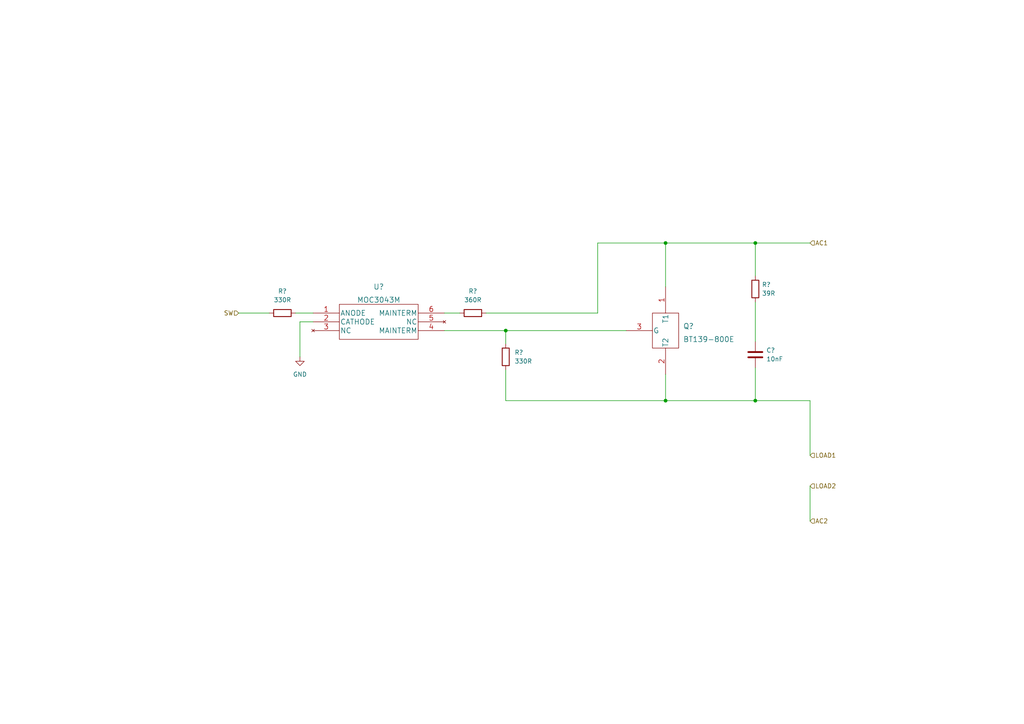
<source format=kicad_sch>
(kicad_sch (version 20211123) (generator eeschema)
  (paper "A4")
  (lib_symbols
    (symbol "Device:C" (pin_numbers hide) (pin_names (offset 0.254))
      (property "Reference" "C" (at 0.635 2.54 0))
      (property "Value" "C" (at 0.635 -2.54 0))
      (symbol "C_0_1"
        (polyline (pts (xy -2.032 -0.762) (xy 2.032 -0.762)) (stroke (width 0.508)))
        (polyline (pts (xy -2.032 0.762) (xy 2.032 0.762)) (stroke (width 0.508)))
      )
      (symbol "C_1_1"
        (pin passive line (at 0 3.81 270) (length 2.794) (name "~") (number "1"))
        (pin passive line (at 0 -3.81 90) (length 2.794) (name "~") (number "2"))
      )
    )
    (symbol "Device:R" (pin_numbers hide) (pin_names (offset 0))
      (property "Reference" "R" (at 2.032 0 90))
      (property "Value" "R" (at 0 0 90))
      (symbol "R_0_1"
        (rectangle (start -1.016 -2.54) (end 1.016 2.54) (stroke (width 0.254)))
      )
      (symbol "R_1_1"
        (pin passive line (at 0 3.81 270) (length 1.27) (name "~") (number "1"))
        (pin passive line (at 0 -3.81 90) (length 1.27) (name "~") (number "2"))
      )
    )
    (symbol "librew:BT139-800E" (pin_names (offset 0.254))
      (property "Reference" "Q?" (at -2.54 6.35 0))
      (property "Value" "BT139-800E" (at 8.89 -6.35 0))
      (symbol "BT139-800E_1_1"
        (rectangle (start -3.81 5.08) (end 3.81 -5.08))
        (pin unspecified line (at 0 12.7 270) (length 7.62) (name "T1") (number "1"))
        (pin unspecified line (at 0 -12.7 90) (length 7.62) (name "T2") (number "2"))
        (pin unspecified line (at -11.43 0 0) (length 7.62) (name "G") (number "3"))
      )
    )
    (symbol "librew:MOC3043M" (pin_names (offset 0.254))
      (property "Reference" "U?" (at -10.16 6.35 0))
      (property "Value" "MOC3043M" (at 6.35 -6.35 0))
      (symbol "MOC3043M_0_1"
        (rectangle (start -11.43 5.08) (end 11.43 -5.08))
      )
      (symbol "MOC3043M_1_1"
        (pin input line (at -19.05 2.54 0) (length 7.62) (name "ANODE") (number "1"))
        (pin output line (at -19.05 0 0) (length 7.62) (name "CATHODE") (number "2"))
        (pin no_connect line (at -19.05 -2.54 0) (length 7.62) (name "NC") (number "3"))
        (pin input line (at 19.05 -2.54 180) (length 7.62) (name "MAINTERM") (number "4"))
        (pin no_connect line (at 19.05 0 180) (length 7.62) (name "NC") (number "5"))
        (pin input line (at 19.05 2.54 180) (length 7.62) (name "MAINTERM") (number "6"))
      )
    )
    (symbol "power:GND" (power) (pin_names (offset 0))
      (property "Value" "GND" (at 0 -3.81 0))
      (symbol "GND_0_1"
        (polyline (pts (xy 0 0) (xy 0 -1.27) (xy 1.27 -1.27) (xy 0 -2.54) (xy -1.27 -1.27) (xy 0 -1.27)))
      )
      (symbol "GND_1_1"
        (pin power_in line (at 0 0 270) (length 0) hide (name "GND") (number "1"))
      )
    )
  )
  (junction (at 146.685 95.885))
  (junction (at 193.04 116.205))
  (junction (at 219.075 70.485))
  (junction (at 219.075 116.205))
  (junction (at 193.04 70.485))
  (wire (pts (xy 85.725 90.805) (xy 90.805 90.805)))
  (wire (pts (xy 234.95 140.97) (xy 234.95 151.13)))
  (wire (pts (xy 86.995 103.505) (xy 86.995 93.345)))
  (wire (pts (xy 146.685 95.885) (xy 181.61 95.885)))
  (wire (pts (xy 140.97 90.805) (xy 173.355 90.805)))
  (wire (pts (xy 193.04 116.205) (xy 219.075 116.205)))
  (wire (pts (xy 219.075 87.63) (xy 219.075 99.06)))
  (wire (pts (xy 219.075 70.485) (xy 219.075 80.01)))
  (wire (pts (xy 173.355 90.805) (xy 173.355 70.485)))
  (wire (pts (xy 146.685 107.315) (xy 146.685 116.205)))
  (wire (pts (xy 193.04 70.485) (xy 193.04 83.185)))
  (wire (pts (xy 173.355 70.485) (xy 193.04 70.485)))
  (wire (pts (xy 128.905 90.805) (xy 133.35 90.805)))
  (wire (pts (xy 219.075 106.68) (xy 219.075 116.205)))
  (wire (pts (xy 146.685 95.885) (xy 146.685 99.695)))
  (wire (pts (xy 219.075 70.485) (xy 234.95 70.485)))
  (wire (pts (xy 146.685 116.205) (xy 193.04 116.205)))
  (wire (pts (xy 69.215 90.805) (xy 78.105 90.805)))
  (wire (pts (xy 193.04 70.485) (xy 219.075 70.485)))
  (wire (pts (xy 234.95 116.205) (xy 234.95 132.08)))
  (wire (pts (xy 128.905 95.885) (xy 146.685 95.885)))
  (wire (pts (xy 86.995 93.345) (xy 90.805 93.345)))
  (wire (pts (xy 193.04 108.585) (xy 193.04 116.205)))
  (wire (pts (xy 219.075 116.205) (xy 234.95 116.205)))
  (hierarchical_label "AC2" (shape input) (at 234.95 151.13 0))
  (hierarchical_label "SW" (shape input) (at 69.215 90.805 180))
  (hierarchical_label "LOAD2" (shape input) (at 234.95 140.97 0))
  (hierarchical_label "LOAD1" (shape input) (at 234.95 132.08 0))
  (hierarchical_label "AC1" (shape input) (at 234.95 70.485 0))
  (symbol (lib_id "power:GND") (at 86.995 103.505 0) (unit 1)
    (property "Reference" "#PWR?" (effects hide))
    (property "Value" "GND" (at 86.995 108.585 0))
  )
  (symbol (lib_id "Device:R") (at 137.16 90.805 90) (unit 1)
    (property "Reference" "R?" (at 137.16 84.455 90))
    (property "Value" "360R" (at 137.16 86.995 90))
  )
  (symbol (lib_id "Device:R") (at 146.685 103.505 180) (unit 1)
    (property "Reference" "R?" (at 149.225 102.2349 0) (effects (justify right)))
    (property "Value" "330R" (at 149.225 104.7749 0) (effects (justify right)))
  )
  (symbol (lib_id "Device:R") (at 219.075 83.82 180) (unit 1)
    (property "Reference" "R?" (at 220.98 82.5499 0) (effects (justify right)))
    (property "Value" "39R" (at 220.98 85.0899 0) (effects (justify right)))
  )
  (symbol (lib_id "librew:MOC3043M") (at 109.855 93.345 0) (unit 1)
    (property "Reference" "U?" (at 109.855 83.185 0) (effects (font (size 1.524 1.524))))
    (property "Value" "MOC3043M" (at 109.855 86.995 0) (effects (font (size 1.524 1.524))))
    (property "Footprint" "librew:MOC3043M" (effects hide))
  )
  (symbol (lib_id "librew:BT139-800E") (at 193.04 95.885 0) (unit 1)
    (property "Reference" "Q?" (at 198.12 94.615 0) (effects (font (size 1.524 1.524)) (justify left)))
    (property "Value" "BT139-800E" (at 198.12 98.425 0) (effects (font (size 1.524 1.524)) (justify left)))
    (property "Footprint" "librew:BT139-800E" (effects hide))
  )
  (symbol (lib_id "Device:C") (at 219.075 102.87 0) (unit 1)
    (property "Reference" "C?" (at 222.25 101.5999 0) (effects (justify left)))
    (property "Value" "10nF" (at 222.25 104.1399 0) (effects (justify left)))
  )
  (symbol (lib_id "Device:R") (at 81.915 90.805 90) (unit 1)
    (property "Reference" "R?" (at 81.915 84.455 90))
    (property "Value" "330R" (at 81.915 86.995 90))
  )
)
</source>
